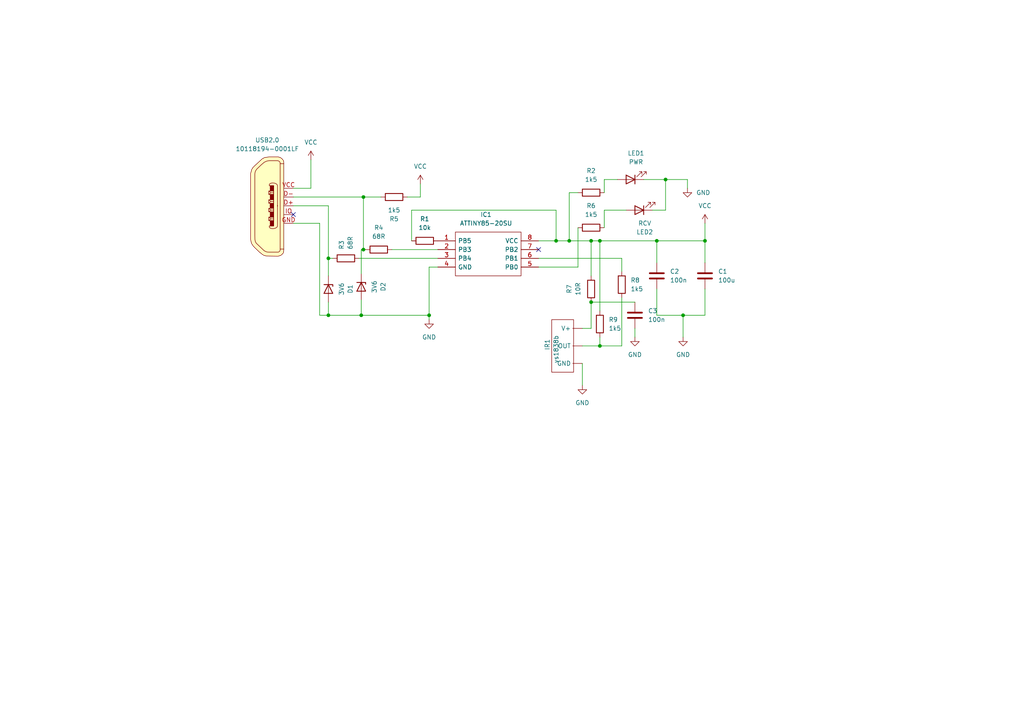
<source format=kicad_sch>
(kicad_sch (version 20211123) (generator eeschema)

  (uuid 0b6a4032-e018-434f-ba57-40e3af881af6)

  (paper "A4")

  (lib_symbols
    (symbol "Device:C" (pin_numbers hide) (pin_names (offset 0.254)) (in_bom yes) (on_board yes)
      (property "Reference" "C" (id 0) (at 0.635 2.54 0)
        (effects (font (size 1.27 1.27)) (justify left))
      )
      (property "Value" "C" (id 1) (at 0.635 -2.54 0)
        (effects (font (size 1.27 1.27)) (justify left))
      )
      (property "Footprint" "" (id 2) (at 0.9652 -3.81 0)
        (effects (font (size 1.27 1.27)) hide)
      )
      (property "Datasheet" "~" (id 3) (at 0 0 0)
        (effects (font (size 1.27 1.27)) hide)
      )
      (property "ki_keywords" "cap capacitor" (id 4) (at 0 0 0)
        (effects (font (size 1.27 1.27)) hide)
      )
      (property "ki_description" "Unpolarized capacitor" (id 5) (at 0 0 0)
        (effects (font (size 1.27 1.27)) hide)
      )
      (property "ki_fp_filters" "C_*" (id 6) (at 0 0 0)
        (effects (font (size 1.27 1.27)) hide)
      )
      (symbol "C_0_1"
        (polyline
          (pts
            (xy -2.032 -0.762)
            (xy 2.032 -0.762)
          )
          (stroke (width 0.508) (type default) (color 0 0 0 0))
          (fill (type none))
        )
        (polyline
          (pts
            (xy -2.032 0.762)
            (xy 2.032 0.762)
          )
          (stroke (width 0.508) (type default) (color 0 0 0 0))
          (fill (type none))
        )
      )
      (symbol "C_1_1"
        (pin passive line (at 0 3.81 270) (length 2.794)
          (name "~" (effects (font (size 1.27 1.27))))
          (number "1" (effects (font (size 1.27 1.27))))
        )
        (pin passive line (at 0 -3.81 90) (length 2.794)
          (name "~" (effects (font (size 1.27 1.27))))
          (number "2" (effects (font (size 1.27 1.27))))
        )
      )
    )
    (symbol "Device:D_Zener" (pin_numbers hide) (pin_names (offset 1.016) hide) (in_bom yes) (on_board yes)
      (property "Reference" "D" (id 0) (at 0 2.54 0)
        (effects (font (size 1.27 1.27)))
      )
      (property "Value" "D_Zener" (id 1) (at 0 -2.54 0)
        (effects (font (size 1.27 1.27)))
      )
      (property "Footprint" "" (id 2) (at 0 0 0)
        (effects (font (size 1.27 1.27)) hide)
      )
      (property "Datasheet" "~" (id 3) (at 0 0 0)
        (effects (font (size 1.27 1.27)) hide)
      )
      (property "ki_keywords" "diode" (id 4) (at 0 0 0)
        (effects (font (size 1.27 1.27)) hide)
      )
      (property "ki_description" "Zener diode" (id 5) (at 0 0 0)
        (effects (font (size 1.27 1.27)) hide)
      )
      (property "ki_fp_filters" "TO-???* *_Diode_* *SingleDiode* D_*" (id 6) (at 0 0 0)
        (effects (font (size 1.27 1.27)) hide)
      )
      (symbol "D_Zener_0_1"
        (polyline
          (pts
            (xy 1.27 0)
            (xy -1.27 0)
          )
          (stroke (width 0) (type default) (color 0 0 0 0))
          (fill (type none))
        )
        (polyline
          (pts
            (xy -1.27 -1.27)
            (xy -1.27 1.27)
            (xy -0.762 1.27)
          )
          (stroke (width 0.254) (type default) (color 0 0 0 0))
          (fill (type none))
        )
        (polyline
          (pts
            (xy 1.27 -1.27)
            (xy 1.27 1.27)
            (xy -1.27 0)
            (xy 1.27 -1.27)
          )
          (stroke (width 0.254) (type default) (color 0 0 0 0))
          (fill (type none))
        )
      )
      (symbol "D_Zener_1_1"
        (pin passive line (at -3.81 0 0) (length 2.54)
          (name "K" (effects (font (size 1.27 1.27))))
          (number "1" (effects (font (size 1.27 1.27))))
        )
        (pin passive line (at 3.81 0 180) (length 2.54)
          (name "A" (effects (font (size 1.27 1.27))))
          (number "2" (effects (font (size 1.27 1.27))))
        )
      )
    )
    (symbol "Device:LED" (pin_numbers hide) (pin_names (offset 1.016) hide) (in_bom yes) (on_board yes)
      (property "Reference" "D" (id 0) (at 0 2.54 0)
        (effects (font (size 1.27 1.27)))
      )
      (property "Value" "LED" (id 1) (at 0 -2.54 0)
        (effects (font (size 1.27 1.27)))
      )
      (property "Footprint" "" (id 2) (at 0 0 0)
        (effects (font (size 1.27 1.27)) hide)
      )
      (property "Datasheet" "~" (id 3) (at 0 0 0)
        (effects (font (size 1.27 1.27)) hide)
      )
      (property "ki_keywords" "LED diode" (id 4) (at 0 0 0)
        (effects (font (size 1.27 1.27)) hide)
      )
      (property "ki_description" "Light emitting diode" (id 5) (at 0 0 0)
        (effects (font (size 1.27 1.27)) hide)
      )
      (property "ki_fp_filters" "LED* LED_SMD:* LED_THT:*" (id 6) (at 0 0 0)
        (effects (font (size 1.27 1.27)) hide)
      )
      (symbol "LED_0_1"
        (polyline
          (pts
            (xy -1.27 -1.27)
            (xy -1.27 1.27)
          )
          (stroke (width 0.254) (type default) (color 0 0 0 0))
          (fill (type none))
        )
        (polyline
          (pts
            (xy -1.27 0)
            (xy 1.27 0)
          )
          (stroke (width 0) (type default) (color 0 0 0 0))
          (fill (type none))
        )
        (polyline
          (pts
            (xy 1.27 -1.27)
            (xy 1.27 1.27)
            (xy -1.27 0)
            (xy 1.27 -1.27)
          )
          (stroke (width 0.254) (type default) (color 0 0 0 0))
          (fill (type none))
        )
        (polyline
          (pts
            (xy -3.048 -0.762)
            (xy -4.572 -2.286)
            (xy -3.81 -2.286)
            (xy -4.572 -2.286)
            (xy -4.572 -1.524)
          )
          (stroke (width 0) (type default) (color 0 0 0 0))
          (fill (type none))
        )
        (polyline
          (pts
            (xy -1.778 -0.762)
            (xy -3.302 -2.286)
            (xy -2.54 -2.286)
            (xy -3.302 -2.286)
            (xy -3.302 -1.524)
          )
          (stroke (width 0) (type default) (color 0 0 0 0))
          (fill (type none))
        )
      )
      (symbol "LED_1_1"
        (pin passive line (at -3.81 0 0) (length 2.54)
          (name "K" (effects (font (size 1.27 1.27))))
          (number "1" (effects (font (size 1.27 1.27))))
        )
        (pin passive line (at 3.81 0 180) (length 2.54)
          (name "A" (effects (font (size 1.27 1.27))))
          (number "2" (effects (font (size 1.27 1.27))))
        )
      )
    )
    (symbol "Device:R" (pin_numbers hide) (pin_names (offset 0)) (in_bom yes) (on_board yes)
      (property "Reference" "R" (id 0) (at 2.032 0 90)
        (effects (font (size 1.27 1.27)))
      )
      (property "Value" "R" (id 1) (at 0 0 90)
        (effects (font (size 1.27 1.27)))
      )
      (property "Footprint" "" (id 2) (at -1.778 0 90)
        (effects (font (size 1.27 1.27)) hide)
      )
      (property "Datasheet" "~" (id 3) (at 0 0 0)
        (effects (font (size 1.27 1.27)) hide)
      )
      (property "ki_keywords" "R res resistor" (id 4) (at 0 0 0)
        (effects (font (size 1.27 1.27)) hide)
      )
      (property "ki_description" "Resistor" (id 5) (at 0 0 0)
        (effects (font (size 1.27 1.27)) hide)
      )
      (property "ki_fp_filters" "R_*" (id 6) (at 0 0 0)
        (effects (font (size 1.27 1.27)) hide)
      )
      (symbol "R_0_1"
        (rectangle (start -1.016 -2.54) (end 1.016 2.54)
          (stroke (width 0.254) (type default) (color 0 0 0 0))
          (fill (type none))
        )
      )
      (symbol "R_1_1"
        (pin passive line (at 0 3.81 270) (length 1.27)
          (name "~" (effects (font (size 1.27 1.27))))
          (number "1" (effects (font (size 1.27 1.27))))
        )
        (pin passive line (at 0 -3.81 90) (length 1.27)
          (name "~" (effects (font (size 1.27 1.27))))
          (number "2" (effects (font (size 1.27 1.27))))
        )
      )
    )
    (symbol "Digikey_IR_Library:10118194-0001LF" (pin_names (offset 1.016)) (in_bom yes) (on_board yes)
      (property "Reference" "USB2.0" (id 0) (at 0.0508 19.05 0)
        (effects (font (size 1.27 1.27)))
      )
      (property "Value" "10118194-0001LF" (id 1) (at 0.0508 16.51 0)
        (effects (font (size 1.27 1.27)))
      )
      (property "Footprint" "Connector_USB:USB_Micro-B_Amphenol_10118194_Horizontal" (id 2) (at 17.78 5.08 0)
        (effects (font (size 1.524 1.524)) (justify left) hide)
      )
      (property "Datasheet" "https://www.molex.com/pdm_docs/sd/473460001_sd.pdf" (id 3) (at 17.78 8.89 0)
        (effects (font (size 1.524 1.524)) (justify left) hide)
      )
      (property "Digi-Key_PN" "WM17141CT-ND" (id 4) (at 5.08 10.16 0)
        (effects (font (size 1.524 1.524)) (justify left) hide)
      )
      (property "MPN" "0473460001" (id 5) (at 5.08 12.7 0)
        (effects (font (size 1.524 1.524)) (justify left) hide)
      )
      (property "Category" "Connectors, Interconnects" (id 6) (at 5.08 15.24 0)
        (effects (font (size 1.524 1.524)) (justify left) hide)
      )
      (property "Family" "USB, DVI, HDMI Connectors" (id 7) (at 5.08 17.78 0)
        (effects (font (size 1.524 1.524)) (justify left) hide)
      )
      (property "DK_Datasheet_Link" "https://www.molex.com/pdm_docs/sd/473460001_sd.pdf" (id 8) (at 5.08 20.32 0)
        (effects (font (size 1.524 1.524)) (justify left) hide)
      )
      (property "DK_Detail_Page" "/product-detail/en/molex/0473460001/WM17141CT-ND/1782474" (id 9) (at 5.08 22.86 0)
        (effects (font (size 1.524 1.524)) (justify left) hide)
      )
      (property "Description" "CONN RCPT USB2.0 MICRO B SMD R/A" (id 10) (at 5.08 25.4 0)
        (effects (font (size 1.524 1.524)) (justify left) hide)
      )
      (property "Manufacturer" "Molex" (id 11) (at 5.08 27.94 0)
        (effects (font (size 1.524 1.524)) (justify left) hide)
      )
      (property "Status" "Active" (id 12) (at 5.08 30.48 0)
        (effects (font (size 1.524 1.524)) (justify left) hide)
      )
      (property "ki_keywords" "WM17141CT-ND 47346" (id 13) (at 0 0 0)
        (effects (font (size 1.27 1.27)) hide)
      )
      (property "ki_description" "CONN RCPT USB2.0 MICRO B SMD R/A" (id 14) (at 0 0 0)
        (effects (font (size 1.27 1.27)) hide)
      )
      (symbol "10118194-0001LF_1_1"
        (polyline
          (pts
            (xy 3.7846 12.2428)
            (xy 3.7846 -12.5476)
          )
          (stroke (width 0) (type default) (color 0 0 0 0))
          (fill (type none))
        )
        (polyline
          (pts
            (xy 0.4826 -4.2926)
            (xy 0.4826 -3.2766)
            (xy 1.8796 -3.2766)
            (xy 1.8796 -4.2926)
            (xy 0.4826 -4.2926)
            (xy 1.1176 -3.7846)
            (xy 0.4826 -3.2766)
            (xy 1.8796 -3.2766)
            (xy 1.8796 -3.7846)
            (xy 1.1176 -3.7846)
          )
          (stroke (width 0) (type default) (color 0 0 0 0))
          (fill (type none))
        )
        (polyline
          (pts
            (xy 0.4826 -1.7526)
            (xy 0.4826 -0.7366)
            (xy 1.8796 -0.7366)
            (xy 1.8796 -1.7526)
            (xy 0.4826 -1.7526)
            (xy 1.1176 -1.2446)
            (xy 0.4826 -0.7366)
            (xy 1.8796 -0.7366)
            (xy 1.8796 -1.2446)
            (xy 1.1176 -1.2446)
          )
          (stroke (width 0) (type default) (color 0 0 0 0))
          (fill (type none))
        )
        (polyline
          (pts
            (xy 0.4826 1.7526)
            (xy 0.4826 0.7366)
            (xy 1.8796 0.7366)
            (xy 1.8796 1.7526)
            (xy 0.4826 1.7526)
            (xy 1.1176 1.2446)
            (xy 0.4826 0.7366)
            (xy 1.8796 0.7366)
            (xy 1.8796 1.2446)
            (xy 1.1176 1.2446)
          )
          (stroke (width 0) (type default) (color 0 0 0 0))
          (fill (type none))
        )
        (polyline
          (pts
            (xy 0.4826 4.2926)
            (xy 0.4826 3.2766)
            (xy 1.8796 3.2766)
            (xy 1.8796 4.2926)
            (xy 0.4826 4.2926)
            (xy 1.1176 3.7846)
            (xy 0.4826 3.2766)
            (xy 1.8796 3.2766)
            (xy 1.8796 3.7846)
            (xy 1.1176 3.7846)
          )
          (stroke (width 0) (type default) (color 0 0 0 0))
          (fill (type none))
        )
        (polyline
          (pts
            (xy 1.905 -0.0254)
            (xy 1.905 5.842)
            (xy 0.635 5.842)
            (xy 0.635 6.1468)
            (xy 0.8128 6.4262)
            (xy 1.1938 6.5786)
            (xy 1.651 6.6294)
            (xy 2.2606 6.5532)
            (xy 2.7178 6.3246)
            (xy 2.9464 6.0706)
            (xy 3.0226 5.6388)
            (xy 3.0226 4.8006)
            (xy 3.0226 -0.127)
          )
          (stroke (width 0) (type default) (color 0 0 0 0))
          (fill (type none))
        )
        (polyline
          (pts
            (xy 1.905 0.0254)
            (xy 1.905 -5.842)
            (xy 0.635 -5.842)
            (xy 0.635 -6.1468)
            (xy 0.8128 -6.4262)
            (xy 1.1938 -6.5786)
            (xy 1.651 -6.6294)
            (xy 2.2606 -6.5532)
            (xy 2.7178 -6.3246)
            (xy 2.9464 -6.0706)
            (xy 3.0226 -5.6388)
            (xy 3.0226 -4.8006)
            (xy 3.0226 0.127)
          )
          (stroke (width 0) (type default) (color 0 0 0 0))
          (fill (type none))
        )
        (polyline
          (pts
            (xy 4.8514 -12.5476)
            (xy 3.8354 -12.5476)
            (xy 3.7846 -12.5476)
            (xy 3.7846 -12.9032)
            (xy 3.6068 -13.2334)
            (xy 3.429 -13.3604)
            (xy 3.2258 -13.4366)
            (xy 0.4572 -13.4366)
            (xy 0.0508 -13.4112)
            (xy -0.3302 -13.3096)
            (xy -0.6604 -13.1318)
            (xy -0.9906 -12.9032)
            (xy -3.1496 -10.8458)
            (xy -3.4036 -10.3886)
            (xy -3.5306 -9.779)
            (xy -3.556 -8.636)
            (xy -3.556 9.2202)
            (xy -3.5306 9.4234)
            (xy -3.4544 9.8298)
            (xy -3.302 10.1854)
            (xy -3.0226 10.6172)
            (xy -1.7526 11.8364)
            (xy -0.8636 12.5984)
            (xy -0.3302 12.8778)
            (xy 0.0762 13.0048)
            (xy 0.6096 13.081)
            (xy 3.0734 13.081)
            (xy 3.3274 13.0048)
            (xy 3.5814 12.8524)
            (xy 3.7846 12.5222)
            (xy 3.7846 12.2174)
            (xy 4.8514 12.2174)
          )
          (stroke (width 0) (type default) (color 0 0 0 0))
          (fill (type none))
        )
        (polyline
          (pts
            (xy 4.8514 -11.4808)
            (xy 4.8514 -12.8016)
            (xy 4.7752 -13.4366)
            (xy 4.572 -13.8684)
            (xy 4.0386 -14.3256)
            (xy 3.5814 -14.5288)
            (xy 3.0988 -14.605)
            (xy -0.2794 -14.5542)
            (xy -0.7112 -14.4526)
            (xy -1.2446 -14.1986)
            (xy -2.2098 -13.4366)
            (xy -3.556 -12.1412)
            (xy -4.0132 -11.6586)
            (xy -4.3688 -11.1506)
            (xy -4.6228 -10.5918)
            (xy -4.7498 -9.7536)
            (xy -4.7498 9.3726)
            (xy -4.5974 10.0838)
            (xy -4.4704 10.4648)
            (xy -4.2164 10.9728)
            (xy -3.6068 11.6078)
            (xy -1.4478 13.589)
            (xy -0.9652 13.8684)
            (xy -0.5588 14.0208)
            (xy 0.0762 14.1224)
            (xy 0.5588 14.1732)
            (xy 3.2766 14.1732)
            (xy 3.7592 14.0208)
            (xy 4.2164 13.7414)
            (xy 4.445 13.5128)
            (xy 4.699 13.1572)
            (xy 4.826 12.8524)
            (xy 4.8514 12.446)
            (xy 4.8514 -11.5062)
          )
          (stroke (width 0) (type default) (color 0 0 0 0))
          (fill (type background))
        )
        (rectangle (start 0.889 -4.318) (end 1.905 -5.842)
          (stroke (width 0) (type default) (color 0 0 0 0))
          (fill (type outline))
        )
        (rectangle (start 0.889 -3.302) (end 1.905 -1.778)
          (stroke (width 0) (type default) (color 0 0 0 0))
          (fill (type outline))
        )
        (rectangle (start 0.889 -0.635) (end 1.905 0.381)
          (stroke (width 0) (type default) (color 0 0 0 0))
          (fill (type outline))
        )
        (rectangle (start 0.889 0.635) (end 1.905 -0.381)
          (stroke (width 0) (type default) (color 0 0 0 0))
          (fill (type outline))
        )
        (rectangle (start 0.889 3.302) (end 1.905 1.778)
          (stroke (width 0) (type default) (color 0 0 0 0))
          (fill (type outline))
        )
        (rectangle (start 0.889 4.318) (end 1.905 5.842)
          (stroke (width 0) (type default) (color 0 0 0 0))
          (fill (type outline))
        )
        (pin passive line (at 7.62 0 180) (length 2.794)
          (name "" (effects (font (size 1.27 1.27))))
          (number "D+" (effects (font (size 1.27 1.27))))
        )
        (pin passive line (at 7.62 2.54 180) (length 2.794)
          (name "" (effects (font (size 1.27 1.27))))
          (number "D-" (effects (font (size 1.27 1.27))))
        )
        (pin power_out line (at 7.62 -5.08 180) (length 2.794)
          (name "" (effects (font (size 1.27 1.27))))
          (number "GND" (effects (font (size 1.27 1.27))))
        )
        (pin passive line (at 7.62 -2.54 180) (length 2.794)
          (name "" (effects (font (size 1.27 1.27))))
          (number "IO" (effects (font (size 1.27 1.27))))
        )
        (pin power_out line (at 7.62 5.08 180) (length 2.794)
          (name "" (effects (font (size 1.27 1.27))))
          (number "VCC" (effects (font (size 1.27 1.27))))
        )
      )
    )
    (symbol "IR_Symbols:ATTINY85-20SU" (pin_names (offset 0.762)) (in_bom yes) (on_board yes)
      (property "Reference" "IC1" (id 0) (at 0 11.43 0)
        (effects (font (size 1.27 1.27)))
      )
      (property "Value" "ATTINY85-20SU" (id 1) (at 0 8.89 0)
        (effects (font (size 1.27 1.27)))
      )
      (property "Footprint" "IR_Library:ATTINY85-20SU" (id 2) (at 5.08 -11.43 0)
        (effects (font (size 1.27 1.27)) (justify left) hide)
      )
      (property "Datasheet" "https://componentsearchengine.com/Datasheets/2/ATTINY85-20SU.pdf" (id 3) (at 5.08 -13.97 0)
        (effects (font (size 1.27 1.27)) (justify left) hide)
      )
      (property "Description" "MICROCHIP - ATTINY85-20SU - MICROCONTROLLER MCU, 8 BIT, ATTINY, 20MHZ, SOIC-8" (id 4) (at 5.08 -16.51 0)
        (effects (font (size 1.27 1.27)) (justify left) hide)
      )
      (property "Height" "2.16" (id 5) (at 5.08 -19.05 0)
        (effects (font (size 1.27 1.27)) (justify left) hide)
      )
      (property "Manufacturer_Name" "Microchip" (id 6) (at 5.08 -21.59 0)
        (effects (font (size 1.27 1.27)) (justify left) hide)
      )
      (property "Manufacturer_Part_Number" "ATTINY85-20SU" (id 7) (at 5.08 -24.13 0)
        (effects (font (size 1.27 1.27)) (justify left) hide)
      )
      (property "Mouser Part Number" "556-ATTINY85-20SU" (id 8) (at 5.08 -26.67 0)
        (effects (font (size 1.27 1.27)) (justify left) hide)
      )
      (property "Mouser Price/Stock" "https://www.mouser.co.uk/ProductDetail/Microchip-Technology-Atmel/ATTINY85-20SU?qs=8jWQYweyg6N%2FGXnwAe4Icw%3D%3D" (id 9) (at 5.08 -29.21 0)
        (effects (font (size 1.27 1.27)) (justify left) hide)
      )
      (property "Arrow Part Number" "ATTINY85-20SU" (id 10) (at 5.08 -31.75 0)
        (effects (font (size 1.27 1.27)) (justify left) hide)
      )
      (property "Arrow Price/Stock" "https://www.arrow.com/en/products/attiny85-20su/microchip-technology?region=nac" (id 11) (at 5.08 -34.29 0)
        (effects (font (size 1.27 1.27)) (justify left) hide)
      )
      (property "Mouser Testing Part Number" "" (id 12) (at 5.08 -36.83 0)
        (effects (font (size 1.27 1.27)) (justify left) hide)
      )
      (property "Mouser Testing Price/Stock" "" (id 13) (at 5.08 -39.37 0)
        (effects (font (size 1.27 1.27)) (justify left) hide)
      )
      (property "ki_description" "MICROCHIP - ATTINY85-20SU - MICROCONTROLLER MCU, 8 BIT, ATTINY, 20MHZ, SOIC-8" (id 14) (at 0 0 0)
        (effects (font (size 1.27 1.27)) hide)
      )
      (symbol "ATTINY85-20SU_0_0"
        (pin passive line (at -13.97 3.81 0) (length 5.08)
          (name "PB5" (effects (font (size 1.27 1.27))))
          (number "1" (effects (font (size 1.27 1.27))))
        )
        (pin passive line (at -13.97 1.27 0) (length 5.08)
          (name "PB3" (effects (font (size 1.27 1.27))))
          (number "2" (effects (font (size 1.27 1.27))))
        )
        (pin passive line (at -13.97 -1.27 0) (length 5.08)
          (name "PB4" (effects (font (size 1.27 1.27))))
          (number "3" (effects (font (size 1.27 1.27))))
        )
        (pin power_in line (at -13.97 -3.81 0) (length 5.08)
          (name "GND" (effects (font (size 1.27 1.27))))
          (number "4" (effects (font (size 1.27 1.27))))
        )
        (pin passive line (at 15.24 -3.81 180) (length 5.08)
          (name "PB0" (effects (font (size 1.27 1.27))))
          (number "5" (effects (font (size 1.27 1.27))))
        )
        (pin passive line (at 15.24 -1.27 180) (length 5.08)
          (name "PB1" (effects (font (size 1.27 1.27))))
          (number "6" (effects (font (size 1.27 1.27))))
        )
        (pin passive line (at 15.24 1.27 180) (length 5.08)
          (name "PB2" (effects (font (size 1.27 1.27))))
          (number "7" (effects (font (size 1.27 1.27))))
        )
        (pin power_in line (at 15.24 3.81 180) (length 5.08)
          (name "VCC" (effects (font (size 1.27 1.27))))
          (number "8" (effects (font (size 1.27 1.27))))
        )
      )
      (symbol "ATTINY85-20SU_0_1"
        (polyline
          (pts
            (xy -8.89 6.35)
            (xy 10.16 6.35)
            (xy 10.16 -6.35)
            (xy -8.89 -6.35)
            (xy -8.89 6.35)
          )
          (stroke (width 0.1524) (type default) (color 0 0 0 0))
          (fill (type none))
        )
      )
    )
    (symbol "IR_Symbols:tsop34438" (in_bom yes) (on_board yes)
      (property "Reference" "IR1" (id 0) (at -1.27 3.81 0)
        (effects (font (size 1.27 1.27)) (justify left))
      )
      (property "Value" "tsop34438" (id 1) (at -5.08 1.27 0)
        (effects (font (size 1.27 1.27)) (justify left))
      )
      (property "Footprint" "IR_Library:TSOP34438" (id 2) (at 13.97 5.08 0)
        (effects (font (size 1.27 1.27)) hide)
      )
      (property "Datasheet" "" (id 3) (at 0 0 0)
        (effects (font (size 1.27 1.27)) hide)
      )
      (symbol "tsop34438_0_1"
        (rectangle (start -7.62 2.54) (end 7.62 -3.81)
          (stroke (width 0) (type default) (color 0 0 0 0))
          (fill (type none))
        )
      )
      (symbol "tsop34438_1_1"
        (pin power_in line (at -5.08 -6.35 90) (length 2.794)
          (name "GND" (effects (font (size 1.27 1.27))))
          (number "" (effects (font (size 1.27 1.27))))
        )
        (pin output line (at 0 -6.35 90) (length 2.794)
          (name "OUT" (effects (font (size 1.27 1.27))))
          (number "" (effects (font (size 1.27 1.27))))
        )
        (pin power_out line (at 5.08 -6.35 90) (length 2.794)
          (name "V+" (effects (font (size 1.27 1.27))))
          (number "" (effects (font (size 1.27 1.27))))
        )
      )
    )
    (symbol "power:GND" (power) (pin_names (offset 0)) (in_bom yes) (on_board yes)
      (property "Reference" "#PWR" (id 0) (at 0 -6.35 0)
        (effects (font (size 1.27 1.27)) hide)
      )
      (property "Value" "GND" (id 1) (at 0 -3.81 0)
        (effects (font (size 1.27 1.27)))
      )
      (property "Footprint" "" (id 2) (at 0 0 0)
        (effects (font (size 1.27 1.27)) hide)
      )
      (property "Datasheet" "" (id 3) (at 0 0 0)
        (effects (font (size 1.27 1.27)) hide)
      )
      (property "ki_keywords" "global power" (id 4) (at 0 0 0)
        (effects (font (size 1.27 1.27)) hide)
      )
      (property "ki_description" "Power symbol creates a global label with name \"GND\" , ground" (id 5) (at 0 0 0)
        (effects (font (size 1.27 1.27)) hide)
      )
      (symbol "GND_0_1"
        (polyline
          (pts
            (xy 0 0)
            (xy 0 -1.27)
            (xy 1.27 -1.27)
            (xy 0 -2.54)
            (xy -1.27 -1.27)
            (xy 0 -1.27)
          )
          (stroke (width 0) (type default) (color 0 0 0 0))
          (fill (type none))
        )
      )
      (symbol "GND_1_1"
        (pin power_in line (at 0 0 270) (length 0) hide
          (name "GND" (effects (font (size 1.27 1.27))))
          (number "1" (effects (font (size 1.27 1.27))))
        )
      )
    )
    (symbol "power:VCC" (power) (pin_names (offset 0)) (in_bom yes) (on_board yes)
      (property "Reference" "#PWR" (id 0) (at 0 -3.81 0)
        (effects (font (size 1.27 1.27)) hide)
      )
      (property "Value" "VCC" (id 1) (at 0 3.81 0)
        (effects (font (size 1.27 1.27)))
      )
      (property "Footprint" "" (id 2) (at 0 0 0)
        (effects (font (size 1.27 1.27)) hide)
      )
      (property "Datasheet" "" (id 3) (at 0 0 0)
        (effects (font (size 1.27 1.27)) hide)
      )
      (property "ki_keywords" "global power" (id 4) (at 0 0 0)
        (effects (font (size 1.27 1.27)) hide)
      )
      (property "ki_description" "Power symbol creates a global label with name \"VCC\"" (id 5) (at 0 0 0)
        (effects (font (size 1.27 1.27)) hide)
      )
      (symbol "VCC_0_1"
        (polyline
          (pts
            (xy -0.762 1.27)
            (xy 0 2.54)
          )
          (stroke (width 0) (type default) (color 0 0 0 0))
          (fill (type none))
        )
        (polyline
          (pts
            (xy 0 0)
            (xy 0 2.54)
          )
          (stroke (width 0) (type default) (color 0 0 0 0))
          (fill (type none))
        )
        (polyline
          (pts
            (xy 0 2.54)
            (xy 0.762 1.27)
          )
          (stroke (width 0) (type default) (color 0 0 0 0))
          (fill (type none))
        )
      )
      (symbol "VCC_1_1"
        (pin power_in line (at 0 0 90) (length 0) hide
          (name "VCC" (effects (font (size 1.27 1.27))))
          (number "1" (effects (font (size 1.27 1.27))))
        )
      )
    )
  )

  (junction (at 104.775 91.44) (diameter 0) (color 0 0 0 0)
    (uuid 4793b5ac-c388-49d3-9e55-18312d4f97bf)
  )
  (junction (at 105.41 72.39) (diameter 0) (color 0 0 0 0)
    (uuid 52fb5f57-1434-4002-9af4-1eec263d3a63)
  )
  (junction (at 173.99 100.33) (diameter 0) (color 0 0 0 0)
    (uuid 6e7a5058-0c17-4a81-83f9-1db8d8ab5f0a)
  )
  (junction (at 173.99 69.85) (diameter 0) (color 0 0 0 0)
    (uuid 721febd5-afa1-4a8f-856e-80bd29a4162f)
  )
  (junction (at 95.25 91.44) (diameter 0) (color 0 0 0 0)
    (uuid 83022d6d-9a72-49c7-96f9-cead96e11950)
  )
  (junction (at 193.04 52.07) (diameter 0) (color 0 0 0 0)
    (uuid 921be240-a798-4d73-92c5-0f9854ff2bba)
  )
  (junction (at 105.41 57.15) (diameter 0) (color 0 0 0 0)
    (uuid 95a1515b-a251-4d7a-a5e9-51968ca11706)
  )
  (junction (at 171.45 69.85) (diameter 0) (color 0 0 0 0)
    (uuid 9aefa0d5-12c2-4499-a309-df034d5d3b2b)
  )
  (junction (at 198.12 91.44) (diameter 0) (color 0 0 0 0)
    (uuid 9d0867ac-ac30-48e0-a43f-57bbc0ad8c06)
  )
  (junction (at 165.1 69.85) (diameter 0) (color 0 0 0 0)
    (uuid a1e5c10d-86b8-4b80-a22c-ca2317412eac)
  )
  (junction (at 161.29 69.85) (diameter 0) (color 0 0 0 0)
    (uuid b0f95b50-144b-4dc5-b47b-340ffb01e976)
  )
  (junction (at 204.47 69.85) (diameter 0) (color 0 0 0 0)
    (uuid b1cbd056-5605-4fc1-acff-b4bfe970dc31)
  )
  (junction (at 190.5 69.85) (diameter 0) (color 0 0 0 0)
    (uuid b93765e1-fc06-413d-ab81-964f6746d3ec)
  )
  (junction (at 124.46 91.44) (diameter 0) (color 0 0 0 0)
    (uuid dce33aca-32ba-49c7-9802-adef62c3eaae)
  )
  (junction (at 95.25 74.93) (diameter 0) (color 0 0 0 0)
    (uuid f18eb07c-09bb-4e5d-9f97-13eb2b12021a)
  )
  (junction (at 171.45 87.63) (diameter 0) (color 0 0 0 0)
    (uuid f89deb9a-f714-4456-b7ca-66de57d4e6e3)
  )

  (no_connect (at 85.09 62.23) (uuid 5f79fdef-10e6-4003-9d65-6d81bf601367))
  (no_connect (at 156.21 72.39) (uuid ebf5c5f5-c3d9-4510-803b-31168882a386))

  (wire (pts (xy 199.39 52.07) (xy 199.39 54.61))
    (stroke (width 0) (type default) (color 0 0 0 0))
    (uuid 0525e4ab-2164-43f9-8585-e38c26fd004e)
  )
  (wire (pts (xy 85.09 54.61) (xy 90.17 54.61))
    (stroke (width 0) (type default) (color 0 0 0 0))
    (uuid 056ce82b-fb46-401a-950c-1a9a8cf4a30a)
  )
  (wire (pts (xy 156.21 69.85) (xy 161.29 69.85))
    (stroke (width 0) (type default) (color 0 0 0 0))
    (uuid 05a068b4-a987-4b2f-aadf-5ec5fb623d7d)
  )
  (wire (pts (xy 181.61 60.96) (xy 175.26 60.96))
    (stroke (width 0) (type default) (color 0 0 0 0))
    (uuid 0a21e830-5341-457f-9c1e-15643da733d5)
  )
  (wire (pts (xy 104.14 74.93) (xy 127 74.93))
    (stroke (width 0) (type default) (color 0 0 0 0))
    (uuid 0d4c0f0a-dcf5-46cd-aea9-be2d8bedbed1)
  )
  (wire (pts (xy 184.15 95.25) (xy 184.15 97.79))
    (stroke (width 0) (type default) (color 0 0 0 0))
    (uuid 0de9f5d8-85f6-4d73-92b3-c8f320a8dfc0)
  )
  (wire (pts (xy 171.45 87.63) (xy 184.15 87.63))
    (stroke (width 0) (type default) (color 0 0 0 0))
    (uuid 129d5a3d-1493-4e45-977c-c55b3cedc9f8)
  )
  (wire (pts (xy 204.47 69.85) (xy 204.47 76.2))
    (stroke (width 0) (type default) (color 0 0 0 0))
    (uuid 195cbd8b-731d-4634-8e42-2be28939bb49)
  )
  (wire (pts (xy 95.25 87.63) (xy 95.25 91.44))
    (stroke (width 0) (type default) (color 0 0 0 0))
    (uuid 1eb81383-7264-4e9f-b707-a704ede27e6a)
  )
  (wire (pts (xy 156.21 77.47) (xy 167.64 77.47))
    (stroke (width 0) (type default) (color 0 0 0 0))
    (uuid 218877e8-5b15-45d0-ac0c-87c9a131067a)
  )
  (wire (pts (xy 96.52 74.93) (xy 95.25 74.93))
    (stroke (width 0) (type default) (color 0 0 0 0))
    (uuid 26f5e048-1bae-4741-b470-4f54639174e0)
  )
  (wire (pts (xy 167.64 77.47) (xy 167.64 66.04))
    (stroke (width 0) (type default) (color 0 0 0 0))
    (uuid 2c595ba0-421e-4c30-a2d0-30562fd792ca)
  )
  (wire (pts (xy 171.45 87.63) (xy 171.45 95.25))
    (stroke (width 0) (type default) (color 0 0 0 0))
    (uuid 31a41f63-2fa6-4011-997a-ba54e78a9f9b)
  )
  (wire (pts (xy 92.71 64.77) (xy 92.71 91.44))
    (stroke (width 0) (type default) (color 0 0 0 0))
    (uuid 321bfe42-e47c-4766-ab82-49bd4d7bf4b7)
  )
  (wire (pts (xy 165.1 55.88) (xy 165.1 69.85))
    (stroke (width 0) (type default) (color 0 0 0 0))
    (uuid 354cf5e3-03bc-4afb-8b20-6120a42cf14c)
  )
  (wire (pts (xy 180.34 86.36) (xy 180.34 100.33))
    (stroke (width 0) (type default) (color 0 0 0 0))
    (uuid 4401df3f-09db-43dd-a58b-2f5e1ec85a3f)
  )
  (wire (pts (xy 171.45 69.85) (xy 171.45 80.01))
    (stroke (width 0) (type default) (color 0 0 0 0))
    (uuid 44d0cdc8-54f6-4c5b-bc1f-4280e14f40e1)
  )
  (wire (pts (xy 161.29 69.85) (xy 165.1 69.85))
    (stroke (width 0) (type default) (color 0 0 0 0))
    (uuid 46698550-5edb-46a5-b43c-fd981df71820)
  )
  (wire (pts (xy 161.29 69.85) (xy 161.29 60.96))
    (stroke (width 0) (type default) (color 0 0 0 0))
    (uuid 546993c8-2348-4b89-9eab-8e1b5f5ddec0)
  )
  (wire (pts (xy 168.91 100.33) (xy 173.99 100.33))
    (stroke (width 0) (type default) (color 0 0 0 0))
    (uuid 5be241e0-36ec-44b0-9894-b1b15ef83fdc)
  )
  (wire (pts (xy 175.26 52.07) (xy 175.26 55.88))
    (stroke (width 0) (type default) (color 0 0 0 0))
    (uuid 5cdade66-2304-460c-a684-ff989959d2f4)
  )
  (wire (pts (xy 175.26 60.96) (xy 175.26 66.04))
    (stroke (width 0) (type default) (color 0 0 0 0))
    (uuid 661cfb67-b72e-482b-9451-6d19d38f62d5)
  )
  (wire (pts (xy 105.41 72.39) (xy 105.41 57.15))
    (stroke (width 0) (type default) (color 0 0 0 0))
    (uuid 671f0c1f-aa1e-4f88-90e0-614ae4b02633)
  )
  (wire (pts (xy 198.12 97.79) (xy 198.12 91.44))
    (stroke (width 0) (type default) (color 0 0 0 0))
    (uuid 6ae11762-a7ab-406b-9737-7b1547f185e7)
  )
  (wire (pts (xy 92.71 91.44) (xy 95.25 91.44))
    (stroke (width 0) (type default) (color 0 0 0 0))
    (uuid 6bc8c19e-a3a4-4d9e-b926-3ffa2fb1877a)
  )
  (wire (pts (xy 95.25 59.69) (xy 95.25 74.93))
    (stroke (width 0) (type default) (color 0 0 0 0))
    (uuid 6e7760e9-4db6-4db5-b9d0-b82b6ab959ef)
  )
  (wire (pts (xy 85.09 57.15) (xy 105.41 57.15))
    (stroke (width 0) (type default) (color 0 0 0 0))
    (uuid 72c7f5ca-d0e1-466a-8557-e2d0c97944c8)
  )
  (wire (pts (xy 106.045 72.39) (xy 105.41 72.39))
    (stroke (width 0) (type default) (color 0 0 0 0))
    (uuid 748385ba-d818-4839-8a63-b166477559a4)
  )
  (wire (pts (xy 173.99 69.85) (xy 173.99 90.17))
    (stroke (width 0) (type default) (color 0 0 0 0))
    (uuid 76a6e3a0-17e8-4d1f-8d34-0c36fc3039ab)
  )
  (wire (pts (xy 198.12 91.44) (xy 204.47 91.44))
    (stroke (width 0) (type default) (color 0 0 0 0))
    (uuid 772f8e94-ee28-4b8c-8343-c5fc013e55b4)
  )
  (wire (pts (xy 179.07 52.07) (xy 175.26 52.07))
    (stroke (width 0) (type default) (color 0 0 0 0))
    (uuid 77f18b26-07db-47b1-8ea8-842d5167953b)
  )
  (wire (pts (xy 105.41 72.39) (xy 104.775 72.39))
    (stroke (width 0) (type default) (color 0 0 0 0))
    (uuid 7a086d84-beb8-4046-bfdf-6a96e08bc8bb)
  )
  (wire (pts (xy 156.21 74.93) (xy 180.34 74.93))
    (stroke (width 0) (type default) (color 0 0 0 0))
    (uuid 7be9412c-4c0b-40cf-9a9f-790c0be92771)
  )
  (wire (pts (xy 127 77.47) (xy 124.46 77.47))
    (stroke (width 0) (type default) (color 0 0 0 0))
    (uuid 894a411a-41cf-4279-b8e4-3e591f758745)
  )
  (wire (pts (xy 95.25 91.44) (xy 104.775 91.44))
    (stroke (width 0) (type default) (color 0 0 0 0))
    (uuid 89e557a0-36ac-49f0-b5f7-1a44e35ef9e2)
  )
  (wire (pts (xy 113.665 72.39) (xy 127 72.39))
    (stroke (width 0) (type default) (color 0 0 0 0))
    (uuid 8f08e09c-b12e-4194-9578-789120c63fe9)
  )
  (wire (pts (xy 124.46 91.44) (xy 124.46 92.71))
    (stroke (width 0) (type default) (color 0 0 0 0))
    (uuid 9212e08b-30b1-4a47-9138-d378daafe290)
  )
  (wire (pts (xy 119.38 60.96) (xy 119.38 69.85))
    (stroke (width 0) (type default) (color 0 0 0 0))
    (uuid 923f102c-6c3a-4d59-b106-0df144b496a6)
  )
  (wire (pts (xy 190.5 69.85) (xy 204.47 69.85))
    (stroke (width 0) (type default) (color 0 0 0 0))
    (uuid 9986f0a3-f708-48b6-8873-5af3e3d6ec31)
  )
  (wire (pts (xy 189.23 60.96) (xy 193.04 60.96))
    (stroke (width 0) (type default) (color 0 0 0 0))
    (uuid 9ab42d95-59ed-4a4c-b03d-a2c4cbb4fe4b)
  )
  (wire (pts (xy 168.91 95.25) (xy 171.45 95.25))
    (stroke (width 0) (type default) (color 0 0 0 0))
    (uuid 9d3eeb0f-b0fa-46d8-b1b6-c47acb0ad286)
  )
  (wire (pts (xy 173.99 69.85) (xy 190.5 69.85))
    (stroke (width 0) (type default) (color 0 0 0 0))
    (uuid a1cc64c8-aadd-4f93-b3c1-f029c577a1d4)
  )
  (wire (pts (xy 161.29 60.96) (xy 119.38 60.96))
    (stroke (width 0) (type default) (color 0 0 0 0))
    (uuid a9cb9e2a-ad52-4ce1-9e7e-1194d860e670)
  )
  (wire (pts (xy 173.99 97.79) (xy 173.99 100.33))
    (stroke (width 0) (type default) (color 0 0 0 0))
    (uuid aa81f95a-c55a-40a2-a694-65b9e016bf28)
  )
  (wire (pts (xy 167.64 55.88) (xy 165.1 55.88))
    (stroke (width 0) (type default) (color 0 0 0 0))
    (uuid ad6b728d-9f41-4865-9a17-9d99a16779e2)
  )
  (wire (pts (xy 85.09 59.69) (xy 95.25 59.69))
    (stroke (width 0) (type default) (color 0 0 0 0))
    (uuid b051b34d-031e-4a19-bf66-613aa4ad1ca6)
  )
  (wire (pts (xy 165.1 69.85) (xy 171.45 69.85))
    (stroke (width 0) (type default) (color 0 0 0 0))
    (uuid b3aa1fee-4278-4490-9a26-c8e9a06ee938)
  )
  (wire (pts (xy 104.775 91.44) (xy 124.46 91.44))
    (stroke (width 0) (type default) (color 0 0 0 0))
    (uuid b5503e3d-caa8-48f9-be0c-8277e02f987c)
  )
  (wire (pts (xy 190.5 83.82) (xy 190.5 91.44))
    (stroke (width 0) (type default) (color 0 0 0 0))
    (uuid b7545447-74e2-4344-b8a0-b6c071380bcf)
  )
  (wire (pts (xy 95.25 74.93) (xy 95.25 80.01))
    (stroke (width 0) (type default) (color 0 0 0 0))
    (uuid bbdf23f4-fece-4c1a-bebe-233cb9dfb8ec)
  )
  (wire (pts (xy 199.39 52.07) (xy 193.04 52.07))
    (stroke (width 0) (type default) (color 0 0 0 0))
    (uuid bcb64d65-2cac-4268-b4ff-e6812e3c83c7)
  )
  (wire (pts (xy 171.45 69.85) (xy 173.99 69.85))
    (stroke (width 0) (type default) (color 0 0 0 0))
    (uuid c3e3eee3-a44a-45ab-87ff-dc1aff9a8fa0)
  )
  (wire (pts (xy 180.34 78.74) (xy 180.34 74.93))
    (stroke (width 0) (type default) (color 0 0 0 0))
    (uuid c6598395-bf75-4f25-abc4-d051c8c69fed)
  )
  (wire (pts (xy 105.41 57.15) (xy 110.49 57.15))
    (stroke (width 0) (type default) (color 0 0 0 0))
    (uuid c7edf671-4e43-4df4-b6d8-57ef1bd70359)
  )
  (wire (pts (xy 190.5 76.2) (xy 190.5 69.85))
    (stroke (width 0) (type default) (color 0 0 0 0))
    (uuid cc656eca-fe87-4c27-bbac-2ad4d180cb9a)
  )
  (wire (pts (xy 204.47 91.44) (xy 204.47 83.82))
    (stroke (width 0) (type default) (color 0 0 0 0))
    (uuid cdb11a8a-0505-4a68-bc8a-ab50e6d5d0cc)
  )
  (wire (pts (xy 121.92 53.34) (xy 121.92 57.15))
    (stroke (width 0) (type default) (color 0 0 0 0))
    (uuid ceb0271f-dcf6-4886-9624-eb197faeb6c9)
  )
  (wire (pts (xy 173.99 100.33) (xy 180.34 100.33))
    (stroke (width 0) (type default) (color 0 0 0 0))
    (uuid d3022a80-f5a0-4763-be49-bb9ca6f11f1c)
  )
  (wire (pts (xy 168.91 105.41) (xy 168.91 111.76))
    (stroke (width 0) (type default) (color 0 0 0 0))
    (uuid d4bce45a-63fc-42ff-99e3-1c14b7a09de0)
  )
  (wire (pts (xy 90.17 54.61) (xy 90.17 46.355))
    (stroke (width 0) (type default) (color 0 0 0 0))
    (uuid d7215967-3746-411e-8091-95418c18b9c4)
  )
  (wire (pts (xy 198.12 91.44) (xy 190.5 91.44))
    (stroke (width 0) (type default) (color 0 0 0 0))
    (uuid d7f99a80-44f8-4a5a-ae6c-20fee4151959)
  )
  (wire (pts (xy 124.46 77.47) (xy 124.46 91.44))
    (stroke (width 0) (type default) (color 0 0 0 0))
    (uuid d8a2ea99-7865-47d8-b226-98df07e0296c)
  )
  (wire (pts (xy 85.09 64.77) (xy 92.71 64.77))
    (stroke (width 0) (type default) (color 0 0 0 0))
    (uuid d8fcc575-46cd-4e0d-b12f-47215b9f5b4e)
  )
  (wire (pts (xy 104.775 86.995) (xy 104.775 91.44))
    (stroke (width 0) (type default) (color 0 0 0 0))
    (uuid e163b3b6-cc63-41ae-a97e-fcb1be5a6d5a)
  )
  (wire (pts (xy 121.92 57.15) (xy 118.11 57.15))
    (stroke (width 0) (type default) (color 0 0 0 0))
    (uuid e4ead5a3-4e51-408e-ad2b-7728cdf6e653)
  )
  (wire (pts (xy 104.775 72.39) (xy 104.775 79.375))
    (stroke (width 0) (type default) (color 0 0 0 0))
    (uuid e6e88dfb-9928-45a2-b332-16e602c84e63)
  )
  (wire (pts (xy 193.04 52.07) (xy 193.04 60.96))
    (stroke (width 0) (type default) (color 0 0 0 0))
    (uuid f0ffa9d5-3c94-4090-a62f-c5646001fef3)
  )
  (wire (pts (xy 204.47 64.77) (xy 204.47 69.85))
    (stroke (width 0) (type default) (color 0 0 0 0))
    (uuid f5c78c6e-83ff-45a2-978d-66e923936c11)
  )
  (wire (pts (xy 186.69 52.07) (xy 193.04 52.07))
    (stroke (width 0) (type default) (color 0 0 0 0))
    (uuid fdaf6ce4-56ac-40f6-bc5e-605b9467ae1b)
  )

  (symbol (lib_id "Device:LED") (at 182.88 52.07 180) (unit 1)
    (in_bom yes) (on_board yes)
    (uuid 16bd3b57-a374-4def-adcc-bab14177ccdc)
    (property "Reference" "LED1" (id 0) (at 184.4675 44.45 0))
    (property "Value" "PWR" (id 1) (at 184.4675 46.99 0))
    (property "Footprint" "LED_THT:LED_D3.0mm" (id 2) (at 182.88 52.07 0)
      (effects (font (size 1.27 1.27)) hide)
    )
    (property "Datasheet" "~" (id 3) (at 182.88 52.07 0)
      (effects (font (size 1.27 1.27)) hide)
    )
    (pin "1" (uuid bde5f2d2-2ee8-4e6c-9217-f1b8de6669ae))
    (pin "2" (uuid d72e10ed-dc56-4187-b1c2-a7c54ac75a73))
  )

  (symbol (lib_id "Digikey_IR_Library:10118194-0001LF") (at 77.47 59.69 0) (unit 1)
    (in_bom yes) (on_board yes) (fields_autoplaced)
    (uuid 25d0150c-53ce-4655-b948-84254957bff5)
    (property "Reference" "USB2.0" (id 0) (at 77.5208 40.64 0))
    (property "Value" "10118194-0001LF" (id 1) (at 77.5208 43.18 0))
    (property "Footprint" "Connector_USB:USB_Micro-B_Amphenol_10118194_Horizontal" (id 2) (at 95.25 54.61 0)
      (effects (font (size 1.524 1.524)) (justify left) hide)
    )
    (property "Datasheet" "https://www.molex.com/pdm_docs/sd/473460001_sd.pdf" (id 3) (at 95.25 50.8 0)
      (effects (font (size 1.524 1.524)) (justify left) hide)
    )
    (property "Digi-Key_PN" "WM17141CT-ND" (id 4) (at 82.55 49.53 0)
      (effects (font (size 1.524 1.524)) (justify left) hide)
    )
    (property "MPN" "0473460001" (id 5) (at 82.55 46.99 0)
      (effects (font (size 1.524 1.524)) (justify left) hide)
    )
    (property "Category" "Connectors, Interconnects" (id 6) (at 82.55 44.45 0)
      (effects (font (size 1.524 1.524)) (justify left) hide)
    )
    (property "Family" "USB, DVI, HDMI Connectors" (id 7) (at 82.55 41.91 0)
      (effects (font (size 1.524 1.524)) (justify left) hide)
    )
    (property "DK_Datasheet_Link" "https://www.molex.com/pdm_docs/sd/473460001_sd.pdf" (id 8) (at 82.55 39.37 0)
      (effects (font (size 1.524 1.524)) (justify left) hide)
    )
    (property "DK_Detail_Page" "/product-detail/en/molex/0473460001/WM17141CT-ND/1782474" (id 9) (at 82.55 36.83 0)
      (effects (font (size 1.524 1.524)) (justify left) hide)
    )
    (property "Description" "CONN RCPT USB2.0 MICRO B SMD R/A" (id 10) (at 82.55 34.29 0)
      (effects (font (size 1.524 1.524)) (justify left) hide)
    )
    (property "Manufacturer" "Molex" (id 11) (at 82.55 31.75 0)
      (effects (font (size 1.524 1.524)) (justify left) hide)
    )
    (property "Status" "Active" (id 12) (at 82.55 29.21 0)
      (effects (font (size 1.524 1.524)) (justify left) hide)
    )
    (pin "D+" (uuid fddabf2b-54c7-49ac-b051-9c8d6fedbbcb))
    (pin "D-" (uuid 29ba8d17-f1c3-49db-ba49-43c590fa3d0e))
    (pin "GND" (uuid 01d70a81-28ff-4674-a968-a989dea49c72))
    (pin "IO" (uuid e2dd9ab7-6aab-4444-8bf4-6206c56ad1db))
    (pin "VCC" (uuid 71e07854-3229-4864-9ca6-cbc9cd7c53c9))
  )

  (symbol (lib_id "Device:R") (at 171.45 55.88 90) (unit 1)
    (in_bom yes) (on_board yes) (fields_autoplaced)
    (uuid 2f0c5541-8c7e-401c-b518-d770e92ff697)
    (property "Reference" "R2" (id 0) (at 171.45 49.53 90))
    (property "Value" "1k5" (id 1) (at 171.45 52.07 90))
    (property "Footprint" "Resistor_THT:R_Axial_DIN0204_L3.6mm_D1.6mm_P5.08mm_Horizontal" (id 2) (at 171.45 57.658 90)
      (effects (font (size 1.27 1.27)) hide)
    )
    (property "Datasheet" "~" (id 3) (at 171.45 55.88 0)
      (effects (font (size 1.27 1.27)) hide)
    )
    (pin "1" (uuid 51ff3e25-711b-4874-b147-7d6d3e521ef8))
    (pin "2" (uuid 64cdec38-52e6-4c5b-9680-d28812d9b53e))
  )

  (symbol (lib_id "power:VCC") (at 90.17 46.355 0) (unit 1)
    (in_bom yes) (on_board yes) (fields_autoplaced)
    (uuid 462468d5-cf5d-4fc1-819f-e99d6dcbc0c9)
    (property "Reference" "#PWR0103" (id 0) (at 90.17 50.165 0)
      (effects (font (size 1.27 1.27)) hide)
    )
    (property "Value" "VCC" (id 1) (at 90.17 41.275 0))
    (property "Footprint" "" (id 2) (at 90.17 46.355 0)
      (effects (font (size 1.27 1.27)) hide)
    )
    (property "Datasheet" "" (id 3) (at 90.17 46.355 0)
      (effects (font (size 1.27 1.27)) hide)
    )
    (pin "1" (uuid 480bc10e-5bea-4acf-8c79-f202bcea4a8e))
  )

  (symbol (lib_id "Device:C") (at 184.15 91.44 0) (unit 1)
    (in_bom yes) (on_board yes)
    (uuid 48604d56-1307-4763-a1fc-48294f0c0416)
    (property "Reference" "C3" (id 0) (at 187.96 90.17 0)
      (effects (font (size 1.27 1.27)) (justify left))
    )
    (property "Value" "100n" (id 1) (at 187.96 92.71 0)
      (effects (font (size 1.27 1.27)) (justify left))
    )
    (property "Footprint" "Capacitor_THT:CP_Radial_D4.0mm_P1.50mm" (id 2) (at 185.1152 95.25 0)
      (effects (font (size 1.27 1.27)) hide)
    )
    (property "Datasheet" "~" (id 3) (at 184.15 91.44 0)
      (effects (font (size 1.27 1.27)) hide)
    )
    (pin "1" (uuid 782fc9f7-d52d-484c-8632-d550329e228e))
    (pin "2" (uuid fbd0ed77-92ac-4496-b070-9ba3ab9a82ed))
  )

  (symbol (lib_id "Device:R") (at 173.99 93.98 180) (unit 1)
    (in_bom yes) (on_board yes) (fields_autoplaced)
    (uuid 493439f5-2f42-4d4e-bad5-195284ba3580)
    (property "Reference" "R9" (id 0) (at 176.53 92.7099 0)
      (effects (font (size 1.27 1.27)) (justify right))
    )
    (property "Value" "1k5" (id 1) (at 176.53 95.2499 0)
      (effects (font (size 1.27 1.27)) (justify right))
    )
    (property "Footprint" "Resistor_THT:R_Axial_DIN0204_L3.6mm_D1.6mm_P5.08mm_Horizontal" (id 2) (at 175.768 93.98 90)
      (effects (font (size 1.27 1.27)) hide)
    )
    (property "Datasheet" "~" (id 3) (at 173.99 93.98 0)
      (effects (font (size 1.27 1.27)) hide)
    )
    (pin "1" (uuid 279b6ce2-356f-4205-8b25-7be4a7ff0a99))
    (pin "2" (uuid daef878f-298e-4f95-9c83-526bd3e1bc73))
  )

  (symbol (lib_id "Device:R") (at 123.19 69.85 90) (unit 1)
    (in_bom yes) (on_board yes)
    (uuid 4c2b3cf5-5e23-478f-ab9b-1c8b88015e8f)
    (property "Reference" "R1" (id 0) (at 123.19 63.5 90))
    (property "Value" "10k" (id 1) (at 123.19 66.04 90))
    (property "Footprint" "Resistor_THT:R_Axial_DIN0204_L3.6mm_D1.6mm_P5.08mm_Horizontal" (id 2) (at 123.19 71.628 90)
      (effects (font (size 1.27 1.27)) hide)
    )
    (property "Datasheet" "~" (id 3) (at 123.19 69.85 0)
      (effects (font (size 1.27 1.27)) hide)
    )
    (pin "1" (uuid feeae663-2ce2-43fb-84da-6728a1fbdf14))
    (pin "2" (uuid d915e8c9-6b1c-4bbf-8bb6-18bb37452b9e))
  )

  (symbol (lib_id "IR_Symbols:tsop34438") (at 162.56 100.33 90) (unit 1)
    (in_bom yes) (on_board yes)
    (uuid 53094a61-2a8a-42ab-8b8c-4c34a88b6b21)
    (property "Reference" "IR1" (id 0) (at 158.75 101.6 0)
      (effects (font (size 1.27 1.27)) (justify left))
    )
    (property "Value" "vs1838b" (id 1) (at 161.29 105.41 0)
      (effects (font (size 1.27 1.27)) (justify left))
    )
    (property "Footprint" "IR_Library:TSOP34438" (id 2) (at 157.48 86.36 0)
      (effects (font (size 1.27 1.27)) hide)
    )
    (property "Datasheet" "" (id 3) (at 162.56 100.33 0)
      (effects (font (size 1.27 1.27)) hide)
    )
    (pin "" (uuid b2277166-91d2-4d79-8e57-8e9c51d370d0))
    (pin "" (uuid b2277166-91d2-4d79-8e57-8e9c51d370d0))
    (pin "" (uuid b2277166-91d2-4d79-8e57-8e9c51d370d0))
  )

  (symbol (lib_id "power:VCC") (at 204.47 64.77 0) (unit 1)
    (in_bom yes) (on_board yes) (fields_autoplaced)
    (uuid 5acc92d2-96d4-4e9c-9b86-a4d67c0933cd)
    (property "Reference" "#PWR0102" (id 0) (at 204.47 68.58 0)
      (effects (font (size 1.27 1.27)) hide)
    )
    (property "Value" "VCC" (id 1) (at 204.47 59.69 0))
    (property "Footprint" "" (id 2) (at 204.47 64.77 0)
      (effects (font (size 1.27 1.27)) hide)
    )
    (property "Datasheet" "" (id 3) (at 204.47 64.77 0)
      (effects (font (size 1.27 1.27)) hide)
    )
    (pin "1" (uuid 9a4d47f1-cb16-4074-9e60-e07a848e2020))
  )

  (symbol (lib_id "Device:D_Zener") (at 104.775 83.185 270) (unit 1)
    (in_bom yes) (on_board yes)
    (uuid 5ae75a37-2740-4b95-885d-ecfa71a05489)
    (property "Reference" "D2" (id 0) (at 111.125 83.185 0))
    (property "Value" "3V6" (id 1) (at 108.585 83.185 0))
    (property "Footprint" "Diode_THT:D_T-1_P10.16mm_Horizontal" (id 2) (at 104.775 83.185 0)
      (effects (font (size 1.27 1.27)) hide)
    )
    (property "Datasheet" "~" (id 3) (at 104.775 83.185 0)
      (effects (font (size 1.27 1.27)) hide)
    )
    (pin "1" (uuid 49f2c01b-e228-4e4d-a301-31df8e174e02))
    (pin "2" (uuid 9ab1ef83-6936-4d49-b520-e02f76686b0c))
  )

  (symbol (lib_id "power:GND") (at 199.39 54.61 0) (unit 1)
    (in_bom yes) (on_board yes) (fields_autoplaced)
    (uuid 5d3b2e09-c915-4e0c-8c9c-f26ad569ab66)
    (property "Reference" "#PWR0108" (id 0) (at 199.39 60.96 0)
      (effects (font (size 1.27 1.27)) hide)
    )
    (property "Value" "GND" (id 1) (at 201.93 55.8799 0)
      (effects (font (size 1.27 1.27)) (justify left))
    )
    (property "Footprint" "" (id 2) (at 199.39 54.61 0)
      (effects (font (size 1.27 1.27)) hide)
    )
    (property "Datasheet" "" (id 3) (at 199.39 54.61 0)
      (effects (font (size 1.27 1.27)) hide)
    )
    (pin "1" (uuid b2217929-6db3-49fc-ac01-8b52245f33c0))
  )

  (symbol (lib_id "Device:R") (at 114.3 57.15 90) (unit 1)
    (in_bom yes) (on_board yes) (fields_autoplaced)
    (uuid 640b195e-bc7f-49cd-8ee9-11fa55aab2b7)
    (property "Reference" "R5" (id 0) (at 114.3 63.5 90))
    (property "Value" "1k5" (id 1) (at 114.3 60.96 90))
    (property "Footprint" "Resistor_THT:R_Axial_DIN0204_L3.6mm_D1.6mm_P5.08mm_Horizontal" (id 2) (at 114.3 58.928 90)
      (effects (font (size 1.27 1.27)) hide)
    )
    (property "Datasheet" "~" (id 3) (at 114.3 57.15 0)
      (effects (font (size 1.27 1.27)) hide)
    )
    (pin "1" (uuid ed1afaf7-54f3-4e00-ba4d-033978e9e033))
    (pin "2" (uuid 4657a1d2-23c0-420d-b5e7-52834317d439))
  )

  (symbol (lib_id "Device:C") (at 190.5 80.01 0) (unit 1)
    (in_bom yes) (on_board yes)
    (uuid 67e06ac7-bdd4-45b4-b227-a655f442aa1f)
    (property "Reference" "C2" (id 0) (at 194.31 78.7399 0)
      (effects (font (size 1.27 1.27)) (justify left))
    )
    (property "Value" "100n" (id 1) (at 194.31 81.2799 0)
      (effects (font (size 1.27 1.27)) (justify left))
    )
    (property "Footprint" "Capacitor_THT:CP_Radial_D4.0mm_P1.50mm" (id 2) (at 191.4652 83.82 0)
      (effects (font (size 1.27 1.27)) hide)
    )
    (property "Datasheet" "~" (id 3) (at 190.5 80.01 0)
      (effects (font (size 1.27 1.27)) hide)
    )
    (pin "1" (uuid b974ab41-5a34-4415-8e39-4959507c7c6e))
    (pin "2" (uuid 4f208858-1351-4027-996e-cbbe5307d472))
  )

  (symbol (lib_id "power:GND") (at 198.12 97.79 0) (unit 1)
    (in_bom yes) (on_board yes) (fields_autoplaced)
    (uuid 8dbc799a-a148-407e-a078-0366cea0d93c)
    (property "Reference" "#PWR0106" (id 0) (at 198.12 104.14 0)
      (effects (font (size 1.27 1.27)) hide)
    )
    (property "Value" "GND" (id 1) (at 198.12 102.87 0))
    (property "Footprint" "" (id 2) (at 198.12 97.79 0)
      (effects (font (size 1.27 1.27)) hide)
    )
    (property "Datasheet" "" (id 3) (at 198.12 97.79 0)
      (effects (font (size 1.27 1.27)) hide)
    )
    (pin "1" (uuid 6c18a9f5-4865-4401-a912-6e2f9fde7b33))
  )

  (symbol (lib_id "Device:C") (at 204.47 80.01 0) (unit 1)
    (in_bom yes) (on_board yes) (fields_autoplaced)
    (uuid 9125a533-b7a2-41a6-8520-749993e007b2)
    (property "Reference" "C1" (id 0) (at 208.28 78.7399 0)
      (effects (font (size 1.27 1.27)) (justify left))
    )
    (property "Value" "100u" (id 1) (at 208.28 81.2799 0)
      (effects (font (size 1.27 1.27)) (justify left))
    )
    (property "Footprint" "Capacitor_THT:CP_Radial_D4.0mm_P1.50mm" (id 2) (at 205.4352 83.82 0)
      (effects (font (size 1.27 1.27)) hide)
    )
    (property "Datasheet" "~" (id 3) (at 204.47 80.01 0)
      (effects (font (size 1.27 1.27)) hide)
    )
    (pin "1" (uuid 527bf0e4-6bfe-4e55-b00a-ddbc5b904b47))
    (pin "2" (uuid 0316442b-ece6-4666-8ed9-60b794fca0d5))
  )

  (symbol (lib_id "Device:R") (at 180.34 82.55 180) (unit 1)
    (in_bom yes) (on_board yes) (fields_autoplaced)
    (uuid 95c9ed27-3969-4ffd-88f6-5378fb3dbbd4)
    (property "Reference" "R8" (id 0) (at 182.88 81.2799 0)
      (effects (font (size 1.27 1.27)) (justify right))
    )
    (property "Value" "1k5" (id 1) (at 182.88 83.8199 0)
      (effects (font (size 1.27 1.27)) (justify right))
    )
    (property "Footprint" "Resistor_THT:R_Axial_DIN0204_L3.6mm_D1.6mm_P5.08mm_Horizontal" (id 2) (at 182.118 82.55 90)
      (effects (font (size 1.27 1.27)) hide)
    )
    (property "Datasheet" "~" (id 3) (at 180.34 82.55 0)
      (effects (font (size 1.27 1.27)) hide)
    )
    (pin "1" (uuid c2ad0f20-626d-4412-80e6-bf9f772ba9a2))
    (pin "2" (uuid 84c19493-c329-4e0c-868a-609b02dabd6e))
  )

  (symbol (lib_id "power:GND") (at 124.46 92.71 0) (unit 1)
    (in_bom yes) (on_board yes) (fields_autoplaced)
    (uuid 987994a1-0d20-4a1a-bf66-80dbd091d1e1)
    (property "Reference" "#PWR0101" (id 0) (at 124.46 99.06 0)
      (effects (font (size 1.27 1.27)) hide)
    )
    (property "Value" "GND" (id 1) (at 124.46 97.79 0))
    (property "Footprint" "" (id 2) (at 124.46 92.71 0)
      (effects (font (size 1.27 1.27)) hide)
    )
    (property "Datasheet" "" (id 3) (at 124.46 92.71 0)
      (effects (font (size 1.27 1.27)) hide)
    )
    (pin "1" (uuid a940fb4e-3527-4bf9-913f-f2d784d9c46a))
  )

  (symbol (lib_id "Device:R") (at 100.33 74.93 90) (unit 1)
    (in_bom yes) (on_board yes)
    (uuid 991c6124-b2d5-4465-8edf-56458bb9d566)
    (property "Reference" "R3" (id 0) (at 99.0599 72.39 0)
      (effects (font (size 1.27 1.27)) (justify left))
    )
    (property "Value" "68R" (id 1) (at 101.5999 72.39 0)
      (effects (font (size 1.27 1.27)) (justify left))
    )
    (property "Footprint" "Resistor_THT:R_Axial_DIN0204_L3.6mm_D1.6mm_P5.08mm_Horizontal" (id 2) (at 100.33 76.708 90)
      (effects (font (size 1.27 1.27)) hide)
    )
    (property "Datasheet" "~" (id 3) (at 100.33 74.93 0)
      (effects (font (size 1.27 1.27)) hide)
    )
    (pin "1" (uuid 111dcf54-28be-4cb3-930c-327687375907))
    (pin "2" (uuid 304a6f54-c6b1-4fb8-972d-c06a8c5927cf))
  )

  (symbol (lib_id "Device:R") (at 171.45 66.04 90) (unit 1)
    (in_bom yes) (on_board yes) (fields_autoplaced)
    (uuid 9d77d4af-bf80-49ca-9962-74579edec4b3)
    (property "Reference" "R6" (id 0) (at 171.45 59.69 90))
    (property "Value" "1k5" (id 1) (at 171.45 62.23 90))
    (property "Footprint" "Resistor_THT:R_Axial_DIN0204_L3.6mm_D1.6mm_P5.08mm_Horizontal" (id 2) (at 171.45 67.818 90)
      (effects (font (size 1.27 1.27)) hide)
    )
    (property "Datasheet" "~" (id 3) (at 171.45 66.04 0)
      (effects (font (size 1.27 1.27)) hide)
    )
    (pin "1" (uuid eac8d6ad-9b39-4ae9-bbd9-7241f54a5014))
    (pin "2" (uuid a8b1c00d-cf7e-44cd-b21d-725f1221ac5d))
  )

  (symbol (lib_id "power:VCC") (at 121.92 53.34 0) (unit 1)
    (in_bom yes) (on_board yes) (fields_autoplaced)
    (uuid af296147-2e12-4a62-a6df-2e5e8d876ef0)
    (property "Reference" "#PWR0104" (id 0) (at 121.92 57.15 0)
      (effects (font (size 1.27 1.27)) hide)
    )
    (property "Value" "VCC" (id 1) (at 121.92 48.26 0))
    (property "Footprint" "" (id 2) (at 121.92 53.34 0)
      (effects (font (size 1.27 1.27)) hide)
    )
    (property "Datasheet" "" (id 3) (at 121.92 53.34 0)
      (effects (font (size 1.27 1.27)) hide)
    )
    (pin "1" (uuid b8eb9250-4a21-4779-bce2-a8d9ad901dbd))
  )

  (symbol (lib_id "power:GND") (at 184.15 97.79 0) (unit 1)
    (in_bom yes) (on_board yes) (fields_autoplaced)
    (uuid b3679904-d9ab-4ebe-acbf-229d1637f426)
    (property "Reference" "#PWR0105" (id 0) (at 184.15 104.14 0)
      (effects (font (size 1.27 1.27)) hide)
    )
    (property "Value" "GND" (id 1) (at 184.15 102.87 0))
    (property "Footprint" "" (id 2) (at 184.15 97.79 0)
      (effects (font (size 1.27 1.27)) hide)
    )
    (property "Datasheet" "" (id 3) (at 184.15 97.79 0)
      (effects (font (size 1.27 1.27)) hide)
    )
    (pin "1" (uuid e0cd494c-3c72-4376-b0fb-2fbcaef778b0))
  )

  (symbol (lib_id "Device:LED") (at 185.42 60.96 180) (unit 1)
    (in_bom yes) (on_board yes)
    (uuid b7d614ed-c6c2-42b7-9f50-18f27e68a19b)
    (property "Reference" "LED2" (id 0) (at 187.0075 67.31 0))
    (property "Value" "RCV" (id 1) (at 187.0075 64.77 0))
    (property "Footprint" "LED_THT:LED_D3.0mm" (id 2) (at 184.15 58.42 0)
      (effects (font (size 1.27 1.27)) hide)
    )
    (property "Datasheet" "~" (id 3) (at 185.42 60.96 0)
      (effects (font (size 1.27 1.27)) hide)
    )
    (pin "1" (uuid 015eee2b-76d7-4fce-aea7-9de4ab66b18f))
    (pin "2" (uuid ee3c134f-d204-4169-a3d0-f419656fd7a4))
  )

  (symbol (lib_id "power:GND") (at 168.91 111.76 0) (unit 1)
    (in_bom yes) (on_board yes) (fields_autoplaced)
    (uuid d6e291d1-9866-4ee7-a1a1-de5d1aa463bf)
    (property "Reference" "#PWR0107" (id 0) (at 168.91 118.11 0)
      (effects (font (size 1.27 1.27)) hide)
    )
    (property "Value" "GND" (id 1) (at 168.91 116.84 0))
    (property "Footprint" "" (id 2) (at 168.91 111.76 0)
      (effects (font (size 1.27 1.27)) hide)
    )
    (property "Datasheet" "" (id 3) (at 168.91 111.76 0)
      (effects (font (size 1.27 1.27)) hide)
    )
    (pin "1" (uuid f57f6e99-b279-474f-9af7-a611815a1d63))
  )

  (symbol (lib_id "Device:R") (at 171.45 83.82 180) (unit 1)
    (in_bom yes) (on_board yes) (fields_autoplaced)
    (uuid de97347b-e7a5-4d03-9863-ef1af989329c)
    (property "Reference" "R7" (id 0) (at 165.1 83.82 90))
    (property "Value" "10R" (id 1) (at 167.64 83.82 90))
    (property "Footprint" "Resistor_THT:R_Axial_DIN0204_L3.6mm_D1.6mm_P5.08mm_Horizontal" (id 2) (at 173.228 83.82 90)
      (effects (font (size 1.27 1.27)) hide)
    )
    (property "Datasheet" "~" (id 3) (at 171.45 83.82 0)
      (effects (font (size 1.27 1.27)) hide)
    )
    (pin "1" (uuid 33c941d0-0e9f-44e5-9e6d-3c8c520eaa3d))
    (pin "2" (uuid 441e3dbd-c5f4-4111-a132-b64ce59dec15))
  )

  (symbol (lib_id "Device:R") (at 109.855 72.39 90) (unit 1)
    (in_bom yes) (on_board yes)
    (uuid df1a51ac-2571-4e71-b7a8-13324c42c3f8)
    (property "Reference" "R4" (id 0) (at 109.855 66.04 90))
    (property "Value" "68R" (id 1) (at 109.855 68.58 90))
    (property "Footprint" "Resistor_THT:R_Axial_DIN0204_L3.6mm_D1.6mm_P5.08mm_Horizontal" (id 2) (at 109.855 74.168 90)
      (effects (font (size 1.27 1.27)) hide)
    )
    (property "Datasheet" "~" (id 3) (at 109.855 72.39 0)
      (effects (font (size 1.27 1.27)) hide)
    )
    (pin "1" (uuid eccb31dd-2295-4376-8083-ec261d1b5ca1))
    (pin "2" (uuid 1ccb181c-216a-4a0e-a3d9-fbb05dbe6c6f))
  )

  (symbol (lib_id "IR_Symbols:ATTINY85-20SU") (at 140.97 73.66 0) (unit 1)
    (in_bom yes) (on_board yes) (fields_autoplaced)
    (uuid e848c6e7-6fb3-4e61-b983-7f0d019d0029)
    (property "Reference" "IC1" (id 0) (at 140.97 62.23 0))
    (property "Value" "ATTINY85-20SU" (id 1) (at 140.97 64.77 0))
    (property "Footprint" "IR_Library:ATTINY85-20SU" (id 2) (at 146.05 85.09 0)
      (effects (font (size 1.27 1.27)) (justify left) hide)
    )
    (property "Datasheet" "https://componentsearchengine.com/Datasheets/2/ATTINY85-20SU.pdf" (id 3) (at 146.05 87.63 0)
      (effects (font (size 1.27 1.27)) (justify left) hide)
    )
    (property "Description" "MICROCHIP - ATTINY85-20SU - MICROCONTROLLER MCU, 8 BIT, ATTINY, 20MHZ, SOIC-8" (id 4) (at 146.05 90.17 0)
      (effects (font (size 1.27 1.27)) (justify left) hide)
    )
    (property "Height" "2.16" (id 5) (at 146.05 92.71 0)
      (effects (font (size 1.27 1.27)) (justify left) hide)
    )
    (property "Manufacturer_Name" "Microchip" (id 6) (at 146.05 95.25 0)
      (effects (font (size 1.27 1.27)) (justify left) hide)
    )
    (property "Manufacturer_Part_Number" "ATTINY85-20SU" (id 7) (at 146.05 97.79 0)
      (effects (font (size 1.27 1.27)) (justify left) hide)
    )
    (property "Mouser Part Number" "556-ATTINY85-20SU" (id 8) (at 146.05 100.33 0)
      (effects (font (size 1.27 1.27)) (justify left) hide)
    )
    (property "Mouser Price/Stock" "https://www.mouser.co.uk/ProductDetail/Microchip-Technology-Atmel/ATTINY85-20SU?qs=8jWQYweyg6N%2FGXnwAe4Icw%3D%3D" (id 9) (at 146.05 102.87 0)
      (effects (font (size 1.27 1.27)) (justify left) hide)
    )
    (property "Arrow Part Number" "ATTINY85-20SU" (id 10) (at 146.05 105.41 0)
      (effects (font (size 1.27 1.27)) (justify left) hide)
    )
    (property "Arrow Price/Stock" "https://www.arrow.com/en/products/attiny85-20su/microchip-technology?region=nac" (id 11) (at 146.05 107.95 0)
      (effects (font (size 1.27 1.27)) (justify left) hide)
    )
    (property "Mouser Testing Part Number" "" (id 12) (at 146.05 110.49 0)
      (effects (font (size 1.27 1.27)) (justify left) hide)
    )
    (property "Mouser Testing Price/Stock" "" (id 13) (at 146.05 113.03 0)
      (effects (font (size 1.27 1.27)) (justify left) hide)
    )
    (pin "1" (uuid 6f59934d-f431-4f0a-b471-a12e3be19e6b))
    (pin "2" (uuid 3d692e7f-dbb7-4487-99bb-2f8fdc484d4b))
    (pin "3" (uuid e2c9c44b-78ab-41e7-8258-47aac148faee))
    (pin "4" (uuid 6ae72e03-1015-4899-aa79-3f85484758e6))
    (pin "5" (uuid 0a34347d-663a-4d31-8347-9b71675b9232))
    (pin "6" (uuid aa1019e4-5c80-4f1a-9ae1-18cea1ad7b0f))
    (pin "7" (uuid fb21acb8-7e23-4d4e-ab4a-f95e9d18b4da))
    (pin "8" (uuid 3cf9ebe9-8266-4b73-bed2-2ce70a0abc54))
  )

  (symbol (lib_id "Device:D_Zener") (at 95.25 83.82 270) (unit 1)
    (in_bom yes) (on_board yes) (fields_autoplaced)
    (uuid f00a268b-68d2-428b-ba0c-be608725970f)
    (property "Reference" "D1" (id 0) (at 101.6 83.82 0))
    (property "Value" "3V6" (id 1) (at 99.06 83.82 0))
    (property "Footprint" "Diode_THT:D_T-1_P10.16mm_Horizontal" (id 2) (at 95.25 83.82 0)
      (effects (font (size 1.27 1.27)) hide)
    )
    (property "Datasheet" "~" (id 3) (at 95.25 83.82 0)
      (effects (font (size 1.27 1.27)) hide)
    )
    (pin "1" (uuid 4d1bd91b-6b79-4293-ac5b-96a85fdfe3d4))
    (pin "2" (uuid 96c602bc-4364-4844-b6e6-d063b8f085ba))
  )

  (sheet_instances
    (path "/" (page "1"))
  )

  (symbol_instances
    (path "/987994a1-0d20-4a1a-bf66-80dbd091d1e1"
      (reference "#PWR0101") (unit 1) (value "GND") (footprint "")
    )
    (path "/5acc92d2-96d4-4e9c-9b86-a4d67c0933cd"
      (reference "#PWR0102") (unit 1) (value "VCC") (footprint "")
    )
    (path "/462468d5-cf5d-4fc1-819f-e99d6dcbc0c9"
      (reference "#PWR0103") (unit 1) (value "VCC") (footprint "")
    )
    (path "/af296147-2e12-4a62-a6df-2e5e8d876ef0"
      (reference "#PWR0104") (unit 1) (value "VCC") (footprint "")
    )
    (path "/b3679904-d9ab-4ebe-acbf-229d1637f426"
      (reference "#PWR0105") (unit 1) (value "GND") (footprint "")
    )
    (path "/8dbc799a-a148-407e-a078-0366cea0d93c"
      (reference "#PWR0106") (unit 1) (value "GND") (footprint "")
    )
    (path "/d6e291d1-9866-4ee7-a1a1-de5d1aa463bf"
      (reference "#PWR0107") (unit 1) (value "GND") (footprint "")
    )
    (path "/5d3b2e09-c915-4e0c-8c9c-f26ad569ab66"
      (reference "#PWR0108") (unit 1) (value "GND") (footprint "")
    )
    (path "/9125a533-b7a2-41a6-8520-749993e007b2"
      (reference "C1") (unit 1) (value "100u") (footprint "Capacitor_THT:CP_Radial_D4.0mm_P1.50mm")
    )
    (path "/67e06ac7-bdd4-45b4-b227-a655f442aa1f"
      (reference "C2") (unit 1) (value "100n") (footprint "Capacitor_THT:CP_Radial_D4.0mm_P1.50mm")
    )
    (path "/48604d56-1307-4763-a1fc-48294f0c0416"
      (reference "C3") (unit 1) (value "100n") (footprint "Capacitor_THT:CP_Radial_D4.0mm_P1.50mm")
    )
    (path "/f00a268b-68d2-428b-ba0c-be608725970f"
      (reference "D1") (unit 1) (value "3V6") (footprint "Diode_THT:D_T-1_P10.16mm_Horizontal")
    )
    (path "/5ae75a37-2740-4b95-885d-ecfa71a05489"
      (reference "D2") (unit 1) (value "3V6") (footprint "Diode_THT:D_T-1_P10.16mm_Horizontal")
    )
    (path "/e848c6e7-6fb3-4e61-b983-7f0d019d0029"
      (reference "IC1") (unit 1) (value "ATTINY85-20SU") (footprint "IR_Library:ATTINY85-20SU")
    )
    (path "/53094a61-2a8a-42ab-8b8c-4c34a88b6b21"
      (reference "IR1") (unit 1) (value "vs1838b") (footprint "IR_Library:TSOP34438")
    )
    (path "/16bd3b57-a374-4def-adcc-bab14177ccdc"
      (reference "LED1") (unit 1) (value "PWR") (footprint "LED_THT:LED_D3.0mm")
    )
    (path "/b7d614ed-c6c2-42b7-9f50-18f27e68a19b"
      (reference "LED2") (unit 1) (value "RCV") (footprint "LED_THT:LED_D3.0mm")
    )
    (path "/4c2b3cf5-5e23-478f-ab9b-1c8b88015e8f"
      (reference "R1") (unit 1) (value "10k") (footprint "Resistor_THT:R_Axial_DIN0204_L3.6mm_D1.6mm_P5.08mm_Horizontal")
    )
    (path "/2f0c5541-8c7e-401c-b518-d770e92ff697"
      (reference "R2") (unit 1) (value "1k5") (footprint "Resistor_THT:R_Axial_DIN0204_L3.6mm_D1.6mm_P5.08mm_Horizontal")
    )
    (path "/991c6124-b2d5-4465-8edf-56458bb9d566"
      (reference "R3") (unit 1) (value "68R") (footprint "Resistor_THT:R_Axial_DIN0204_L3.6mm_D1.6mm_P5.08mm_Horizontal")
    )
    (path "/df1a51ac-2571-4e71-b7a8-13324c42c3f8"
      (reference "R4") (unit 1) (value "68R") (footprint "Resistor_THT:R_Axial_DIN0204_L3.6mm_D1.6mm_P5.08mm_Horizontal")
    )
    (path "/640b195e-bc7f-49cd-8ee9-11fa55aab2b7"
      (reference "R5") (unit 1) (value "1k5") (footprint "Resistor_THT:R_Axial_DIN0204_L3.6mm_D1.6mm_P5.08mm_Horizontal")
    )
    (path "/9d77d4af-bf80-49ca-9962-74579edec4b3"
      (reference "R6") (unit 1) (value "1k5") (footprint "Resistor_THT:R_Axial_DIN0204_L3.6mm_D1.6mm_P5.08mm_Horizontal")
    )
    (path "/de97347b-e7a5-4d03-9863-ef1af989329c"
      (reference "R7") (unit 1) (value "10R") (footprint "Resistor_THT:R_Axial_DIN0204_L3.6mm_D1.6mm_P5.08mm_Horizontal")
    )
    (path "/95c9ed27-3969-4ffd-88f6-5378fb3dbbd4"
      (reference "R8") (unit 1) (value "1k5") (footprint "Resistor_THT:R_Axial_DIN0204_L3.6mm_D1.6mm_P5.08mm_Horizontal")
    )
    (path "/493439f5-2f42-4d4e-bad5-195284ba3580"
      (reference "R9") (unit 1) (value "1k5") (footprint "Resistor_THT:R_Axial_DIN0204_L3.6mm_D1.6mm_P5.08mm_Horizontal")
    )
    (path "/25d0150c-53ce-4655-b948-84254957bff5"
      (reference "USB2.0") (unit 1) (value "10118194-0001LF") (footprint "Connector_USB:USB_Micro-B_Amphenol_10118194_Horizontal")
    )
  )
)

</source>
